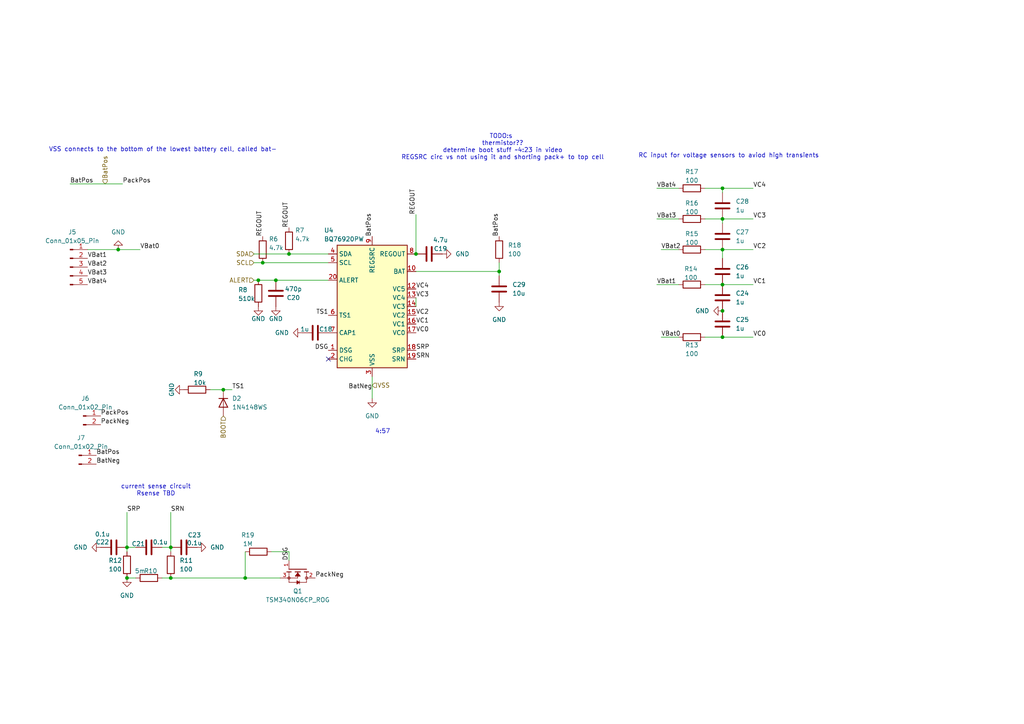
<source format=kicad_sch>
(kicad_sch (version 20250114) (generator "eeschema") (generator_version "9.0")
  (paper "A4")
  (lib_symbols
    (symbol "Battery_Management:BQ76920PW"
      (property "Reference" "U" (at -10.16 19.05 0))
      (property "Value" "BQ76920PW" (at 12.7 19.05 0))
      (symbol "BQ76920PW_0_1"
        (rectangle (start -10.16 17.78) (end 10.16 -17.78) (stroke (width 0.254)) (fill (type background)))
      )
      (symbol "BQ76920PW_1_0"
        (pin bidirectional line (at -12.7 7.62 0) (length 2.54) (name "ALERT") (number "20"))
        (pin passive line (at -12.7 -2.54 0) (length 2.54) (name "TS1") (number "6"))
        (pin passive line (at -12.7 -7.62 0) (length 2.54) (name "CAP1") (number "7"))
        (pin no_connect line (at -2.54 -17.78 90) (length 2.54) (hide yes) (name "NC") (number "11"))
        (pin power_in line (at 0 20.32 270) (length 2.54) (name "REGSRC") (number "9"))
        (pin power_out line (at 12.7 15.24 180) (length 2.54) (name "REGOUT") (number "8"))
        (pin input line (at 12.7 10.16 180) (length 2.54) (name "BAT") (number "10"))
        (pin input line (at 12.7 5.08 180) (length 2.54) (name "VC5") (number "12"))
        (pin input line (at 12.7 2.54 180) (length 2.54) (name "VC4") (number "13"))
        (pin input line (at 12.7 0 180) (length 2.54) (name "VC3") (number "14"))
        (pin input line (at 12.7 -2.54 180) (length 2.54) (name "VC2") (number "15"))
        (pin input line (at 12.7 -5.08 180) (length 2.54) (name "VC1") (number "16"))
        (pin input line (at 12.7 -7.62 180) (length 2.54) (name "VC0") (number "17"))
        (pin input line (at 12.7 -12.7 180) (length 2.54) (name "SRP") (number "18"))
        (pin input line (at 12.7 -15.24 180) (length 2.54) (name "SRN") (number "19"))
      )
      (symbol "BQ76920PW_1_1"
        (pin bidirectional line (at -12.7 15.24 0) (length 2.54) (name "SDA") (number "4"))
        (pin input line (at -12.7 12.7 0) (length 2.54) (name "SCL") (number "5"))
        (pin output line (at -12.7 -12.7 0) (length 2.54) (name "DSG") (number "1"))
        (pin output line (at -12.7 -15.24 0) (length 2.54) (name "CHG") (number "2"))
        (pin power_in line (at 0 -20.32 90) (length 2.54) (name "VSS") (number "3"))
      )
    )
    (symbol "Connector:Conn_01x02_Pin" (pin_names (offset 1.016) (hide yes))
      (property "Reference" "J" (at 0 2.54 0))
      (property "Value" "Conn_01x02_Pin" (at 0 -5.08 0))
      (symbol "Conn_01x02_Pin_1_1"
        (rectangle (start 0.8636 0.127) (end 0 -0.127) (stroke (width 0.1524)) (fill (type outline)))
        (rectangle (start 0.8636 -2.413) (end 0 -2.667) (stroke (width 0.1524)) (fill (type outline)))
        (polyline (pts (xy 1.27 0) (xy 0.8636 0)) (stroke (width 0.1524)))
        (polyline (pts (xy 1.27 -2.54) (xy 0.8636 -2.54)) (stroke (width 0.1524)))
        (pin passive line (at 5.08 0 180) (length 3.81) (name "Pin_1") (number "1"))
        (pin passive line (at 5.08 -2.54 180) (length 3.81) (name "Pin_2") (number "2"))
      )
    )
    (symbol "Connector:Conn_01x05_Pin" (pin_names (offset 1.016) (hide yes))
      (property "Reference" "J" (at 0 7.62 0))
      (property "Value" "Conn_01x05_Pin" (at 0 -7.62 0))
      (symbol "Conn_01x05_Pin_1_1"
        (rectangle (start 0.8636 5.207) (end 0 4.953) (stroke (width 0.1524)) (fill (type outline)))
        (rectangle (start 0.8636 2.667) (end 0 2.413) (stroke (width 0.1524)) (fill (type outline)))
        (rectangle (start 0.8636 0.127) (end 0 -0.127) (stroke (width 0.1524)) (fill (type outline)))
        (rectangle (start 0.8636 -2.413) (end 0 -2.667) (stroke (width 0.1524)) (fill (type outline)))
        (rectangle (start 0.8636 -4.953) (end 0 -5.207) (stroke (width 0.1524)) (fill (type outline)))
        (polyline (pts (xy 1.27 5.08) (xy 0.8636 5.08)) (stroke (width 0.1524)))
        (polyline (pts (xy 1.27 2.54) (xy 0.8636 2.54)) (stroke (width 0.1524)))
        (polyline (pts (xy 1.27 0) (xy 0.8636 0)) (stroke (width 0.1524)))
        (polyline (pts (xy 1.27 -2.54) (xy 0.8636 -2.54)) (stroke (width 0.1524)))
        (polyline (pts (xy 1.27 -5.08) (xy 0.8636 -5.08)) (stroke (width 0.1524)))
        (pin passive line (at 5.08 5.08 180) (length 3.81) (name "Pin_1") (number "1"))
        (pin passive line (at 5.08 2.54 180) (length 3.81) (name "Pin_2") (number "2"))
        (pin passive line (at 5.08 0 180) (length 3.81) (name "Pin_3") (number "3"))
        (pin passive line (at 5.08 -2.54 180) (length 3.81) (name "Pin_4") (number "4"))
        (pin passive line (at 5.08 -5.08 180) (length 3.81) (name "Pin_5") (number "5"))
      )
    )
    (symbol "Device:C" (pin_numbers (hide yes)) (pin_names (offset 0.254))
      (property "Reference" "C" (at 0.635 2.54 0))
      (property "Value" "C" (at 0.635 -2.54 0))
      (symbol "C_0_1"
        (polyline (pts (xy -2.032 0.762) (xy 2.032 0.762)) (stroke (width 0.508)))
        (polyline (pts (xy -2.032 -0.762) (xy 2.032 -0.762)) (stroke (width 0.508)))
      )
      (symbol "C_1_1"
        (pin passive line (at 0 3.81 270) (length 2.794) (name "~") (number "1"))
        (pin passive line (at 0 -3.81 90) (length 2.794) (name "~") (number "2"))
      )
    )
    (symbol "Device:R" (pin_numbers (hide yes)) (pin_names (offset 0))
      (property "Reference" "R" (at 2.032 0 90))
      (property "Value" "R" (at 0 0 90))
      (symbol "R_0_1"
        (rectangle (start -1.016 -2.54) (end 1.016 2.54) (stroke (width 0.254)))
      )
      (symbol "R_1_1"
        (pin passive line (at 0 3.81 270) (length 1.27) (name "~") (number "1"))
        (pin passive line (at 0 -3.81 90) (length 1.27) (name "~") (number "2"))
      )
    )
    (symbol "Diode:1N4148WS" (pin_numbers (hide yes)) (pin_names (hide yes))
      (property "Reference" "D" (at 0 2.54 0))
      (property "Value" "1N4148WS" (at 0 -2.54 0))
      (symbol "1N4148WS_0_1"
        (polyline (pts (xy -1.27 1.27) (xy -1.27 -1.27)) (stroke (width 0.254)))
        (polyline (pts (xy 1.27 1.27) (xy 1.27 -1.27) (xy -1.27 0) (xy 1.27 1.27)) (stroke (width 0.254)))
        (polyline (pts (xy 1.27 0) (xy -1.27 0)))
      )
      (symbol "1N4148WS_1_1"
        (pin passive line (at -3.81 0 0) (length 2.54) (name "K") (number "1"))
        (pin passive line (at 3.81 0 180) (length 2.54) (name "A") (number "2"))
      )
    )
    (symbol "power:GND" (power) (pin_numbers (hide yes)) (pin_names (offset 0) (hide yes))
      (property "Value" "GND" (at 0 -3.81 0))
      (symbol "GND_0_1"
        (polyline (pts (xy 0 0) (xy 0 -1.27) (xy 1.27 -1.27) (xy 0 -2.54) (xy -1.27 -1.27) (xy 0 -1.27)))
      )
      (symbol "GND_1_1"
        (pin power_in line (at 0 0 270) (length 0) (name "~") (number "1"))
      )
    )
    (symbol "power_nmos:TSM340N06CP_ROG" (pin_names (offset 1.016))
      (property "Reference" "Q" (at -8.89 2.54 0))
      (property "Value" "TSM340N06CP_ROG" (at -8.89 -7.62 0))
      (symbol "TSM340N06CP_ROG_0_0"
        (polyline (pts (xy 0 2.54) (xy 0 -2.54)) (stroke (width 0.254)))
        (polyline (pts (xy 0.762 3.175) (xy 0.762 2.54)) (stroke (width 0.254)))
        (polyline (pts (xy 0.762 2.54) (xy 0.762 1.905)) (stroke (width 0.254)))
        (polyline (pts (xy 0.762 2.54) (xy 3.81 2.54)) (stroke (width 0.1524)))
        (polyline (pts (xy 0.762 0.762) (xy 0.762 0)) (stroke (width 0.254)))
        (polyline (pts (xy 0.762 0) (xy 0.762 -0.762)) (stroke (width 0.254)))
        (polyline (pts (xy 0.762 0) (xy 2.54 0)) (stroke (width 0.1524)))
        (polyline (pts (xy 0.762 -1.905) (xy 0.762 -3.175)) (stroke (width 0.254)))
        (polyline (pts (xy 1.016 0) (xy 2.032 0.762) (xy 2.032 -0.762) (xy 1.016 0)) (stroke (width 0.1524)) (fill (type outline)))
        (circle (center 2.54 2.54) (radius 0.3592))
        (polyline (pts (xy 2.54 0) (xy 2.54 -2.54)) (stroke (width 0.1524)))
        (circle (center 2.54 -2.54) (radius 0.3592))
        (polyline (pts (xy 3.81 2.54) (xy 3.81 0.508)) (stroke (width 0.1524)))
        (polyline (pts (xy 3.81 0.508) (xy 3.302 0.508)) (stroke (width 0.1524)))
        (polyline (pts (xy 3.81 0.508) (xy 3.81 -2.54)) (stroke (width 0.1524)))
        (polyline (pts (xy 3.81 0.508) (xy 3.302 -0.254) (xy 4.318 -0.254) (xy 3.81 0.508)) (stroke (width 0.1524)) (fill (type outline)))
        (polyline (pts (xy 3.81 -2.54) (xy 0.762 -2.54)) (stroke (width 0.1524)))
        (polyline (pts (xy 4.318 0.508) (xy 3.81 0.508)) (stroke (width 0.1524)))
        (pin passive line (at -2.54 -2.54 0) (length 2.54) (name "~") (number "1"))
        (pin passive line (at 2.54 5.08 270) (length 2.54) (name "~") (number "2"))
        (pin passive line (at 2.54 -5.08 90) (length 2.54) (name "~") (number "3"))
      )
    )
  )
  (text "4:57\n" (at 110.998 125.222 0) (effects (font (size 1.27 1.27))))
  (text "RC input for voltage sensors to aviod high transients " (at 211.836 45.212 0) (effects (font (size 1.27 1.27))))
  (text "VSS connects to the bottom of the lowest battery cell, called bat-" (at 47.244 43.434 0) (effects (font (size 1.27 1.27))))
  (text "TODO:s \nthermistor??\ndetermine boot stuff ~4:23 in video\nREGSRC circ vs not using it and shorting pack+ to top cell" (at 145.796 42.672 0) (effects (font (size 1.27 1.27))))
  (text "current sense circuit\nRsense TBD" (at 45.212 142.24 0) (effects (font (size 1.27 1.27))))
  (junction (at 34.29 72.39))
  (junction (at 209.55 63.5))
  (junction (at 49.53 158.75))
  (junction (at 209.55 82.55))
  (junction (at 74.93 81.28))
  (junction (at 120.65 73.66))
  (junction (at 36.83 158.75))
  (junction (at 144.78 78.74))
  (junction (at 64.77 113.03))
  (junction (at 83.82 73.66))
  (junction (at 80.01 81.28))
  (junction (at 49.53 167.64))
  (junction (at 209.55 54.61))
  (junction (at 36.83 167.64))
  (junction (at 209.55 72.39))
  (junction (at 209.55 97.79))
  (junction (at 76.2 76.2))
  (junction (at 209.55 90.17))
  (junction (at 71.12 167.64))
  (no_connect (at 95.25 104.14))
  (wire (pts (xy 49.53 167.64) (xy 71.12 167.64)))
  (wire (pts (xy 46.99 158.75) (xy 49.53 158.75)))
  (wire (pts (xy 76.2 76.2) (xy 95.25 76.2)))
  (wire (pts (xy 80.01 81.28) (xy 95.25 81.28)))
  (wire (pts (xy 40.64 72.39) (xy 34.29 72.39)))
  (wire (pts (xy 144.78 76.2) (xy 144.78 78.74)))
  (wire (pts (xy 209.55 54.61) (xy 209.55 55.88)))
  (wire (pts (xy 60.96 113.03) (xy 64.77 113.03)))
  (wire (pts (xy 204.47 97.79) (xy 209.55 97.79)))
  (wire (pts (xy 209.55 54.61) (xy 218.44 54.61)))
  (wire (pts (xy 83.82 73.66) (xy 95.25 73.66)))
  (wire (pts (xy 204.47 72.39) (xy 209.55 72.39)))
  (wire (pts (xy 144.78 78.74) (xy 144.78 80.01)))
  (wire (pts (xy 36.83 167.64) (xy 39.37 167.64)))
  (wire (pts (xy 209.55 72.39) (xy 218.44 72.39)))
  (wire (pts (xy 204.47 54.61) (xy 209.55 54.61)))
  (wire (pts (xy 74.93 81.28) (xy 80.01 81.28)))
  (wire (pts (xy 73.66 81.28) (xy 74.93 81.28)))
  (wire (pts (xy 191.77 97.79) (xy 196.85 97.79)))
  (wire (pts (xy 64.77 113.03) (xy 67.31 113.03)))
  (wire (pts (xy 107.95 115.57) (xy 107.95 109.22)))
  (wire (pts (xy 209.55 63.5) (xy 218.44 63.5)))
  (wire (pts (xy 191.77 72.39) (xy 196.85 72.39)))
  (wire (pts (xy 204.47 82.55) (xy 209.55 82.55)))
  (wire (pts (xy 78.74 160.02) (xy 83.82 160.02)))
  (wire (pts (xy 71.12 167.64) (xy 81.28 167.64)))
  (wire (pts (xy 34.29 72.39) (xy 25.4 72.39)))
  (wire (pts (xy 209.55 72.39) (xy 209.55 74.93)))
  (wire (pts (xy 49.53 148.59) (xy 49.53 158.75)))
  (wire (pts (xy 209.55 63.5) (xy 209.55 64.77)))
  (wire (pts (xy 36.83 160.02) (xy 36.83 158.75)))
  (wire (pts (xy 49.53 158.75) (xy 49.53 160.02)))
  (wire (pts (xy 120.65 78.74) (xy 144.78 78.74)))
  (wire (pts (xy 204.47 63.5) (xy 209.55 63.5)))
  (wire (pts (xy 71.12 167.64) (xy 71.12 160.02)))
  (wire (pts (xy 20.32 53.34) (xy 35.56 53.34)))
  (wire (pts (xy 209.55 97.79) (xy 218.44 97.79)))
  (wire (pts (xy 83.82 162.56) (xy 83.82 160.02)))
  (wire (pts (xy 36.83 148.59) (xy 36.83 158.75)))
  (wire (pts (xy 120.65 86.36) (xy 120.65 88.9)))
  (wire (pts (xy 209.55 82.55) (xy 218.44 82.55)))
  (wire (pts (xy 36.83 158.75) (xy 39.37 158.75)))
  (wire (pts (xy 190.5 63.5) (xy 196.85 63.5)))
  (wire (pts (xy 73.66 73.66) (xy 83.82 73.66)))
  (wire (pts (xy 190.5 82.55) (xy 196.85 82.55)))
  (wire (pts (xy 190.5 54.61) (xy 196.85 54.61)))
  (wire (pts (xy 46.99 167.64) (xy 49.53 167.64)))
  (wire (pts (xy 73.66 76.2) (xy 76.2 76.2)))
  (wire (pts (xy 120.65 62.23) (xy 120.65 73.66)))
  (label "VBat0" (at 40.64 72.39 0))
  (label "BatPos" (at 20.32 53.34 0))
  (label "DSG" (at 83.82 162.56 90))
  (label "BatPos" (at 27.94 132.08 0))
  (label "VC2" (at 120.65 91.44 0))
  (label "VC3" (at 218.44 63.5 0))
  (label "PackPos" (at 29.21 120.65 0))
  (label "SRN" (at 120.65 104.14 0))
  (label "VBat3" (at 25.4 80.01 0))
  (label "VBat3" (at 190.5 63.5 0))
  (label "VBat0" (at 191.77 97.79 0))
  (label "SRP" (at 120.65 101.6 0))
  (label "TS1" (at 95.25 91.44 180))
  (label "VBat2" (at 25.4 77.47 0))
  (label "BatPos" (at 144.78 68.58 90))
  (label "VBat4" (at 190.5 54.61 0))
  (label "VBat2" (at 191.77 72.39 0))
  (label "PackPos" (at 35.56 53.34 0))
  (label "REGOUT" (at 76.2 68.58 90))
  (label "VBat1" (at 25.4 74.93 0))
  (label "VC0" (at 218.44 97.79 0))
  (label "VC2" (at 218.44 72.39 0))
  (label "VC1" (at 120.65 93.98 0))
  (label "PackNeg" (at 91.44 167.64 0))
  (label "VBat4" (at 25.4 82.55 0))
  (label "SRN" (at 49.53 148.59 0))
  (label "BatNeg" (at 27.94 134.62 0))
  (label "REGOUT" (at 120.65 62.23 90))
  (label "PackNeg" (at 29.21 123.19 0))
  (label "VC0" (at 120.65 96.52 0))
  (label "BatPos" (at 107.95 68.58 90))
  (label "VBat1" (at 190.5 82.55 0))
  (label "VC1" (at 218.44 82.55 0))
  (label "VC4" (at 218.44 54.61 0))
  (label "SRP" (at 36.83 148.59 0))
  (label "VC3" (at 120.65 86.36 0))
  (label "VC4" (at 120.65 83.82 0))
  (label "DSG" (at 95.25 101.6 180))
  (label "REGOUT" (at 83.82 66.04 90))
  (label "BatNeg" (at 107.95 113.03 180))
  (label "TS1" (at 67.31 113.03 0))
  (hierarchical_label "SDA" (shape input) (at 73.66 73.66 180))
  (hierarchical_label "BatPos" (shape input) (at 30.48 53.34 90))
  (hierarchical_label "BOOT" (shape input) (at 64.77 120.65 270))
  (hierarchical_label "VSS" (shape input) (at 107.95 111.76 0))
  (hierarchical_label "ALERT" (shape input) (at 73.66 81.28 180))
  (hierarchical_label "SCL" (shape input) (at 73.66 76.2 180))
  (symbol (lib_id "power:GND") (at 80.01 88.9 0) (unit 1)
    (property "Reference" "#PWR031" (effects (hide yes)))
    (property "Value" "GND" (at 80.01 92.456 0))
    (property "Description" "Power symbol creates a global label with name \"GND\" , ground" (effects (hide yes)))
  )
  (symbol (lib_id "Device:R") (at 36.83 163.83 180) (unit 1)
    (property "Reference" "R12" (at 31.496 162.56 0) (effects (justify right)))
    (property "Value" "100" (at 31.496 165.1 0) (effects (justify right)))
    (property "Footprint" "Resistor_SMD:R_0805_2012Metric_Pad1.20x1.40mm_HandSolder" (effects (hide yes)))
    (property "Description" "Resistor" (effects (hide yes)))
  )
  (symbol (lib_id "Device:C") (at 209.55 59.69 180) (unit 1)
    (property "Reference" "C28" (at 213.36 58.4199 0) (effects (justify right)))
    (property "Value" "1u" (at 213.36 60.9599 0) (effects (justify right)))
    (property "Footprint" "Capacitor_SMD:C_0805_2012Metric" (effects (hide yes)))
    (property "Description" "Unpolarized capacitor" (effects (hide yes)))
  )
  (symbol (lib_id "Device:C") (at 209.55 78.74 0) (unit 1)
    (property "Reference" "C26" (at 213.36 77.4699 0) (effects (justify left)))
    (property "Value" "1u" (at 213.36 80.0099 0) (effects (justify left)))
    (property "Footprint" "Capacitor_SMD:C_0805_2012Metric" (effects (hide yes)))
    (property "Description" "Unpolarized capacitor" (effects (hide yes)))
  )
  (symbol (lib_id "Device:R") (at 57.15 113.03 270) (unit 1)
    (property "Reference" "R9" (at 56.134 108.458 90) (effects (justify left)))
    (property "Value" "10k" (at 56.134 110.998 90) (effects (justify left)))
    (property "Footprint" "Resistor_SMD:R_0805_2012Metric" (effects (hide yes)))
    (property "Description" "Resistor" (effects (hide yes)))
    (property "order" "tbd" (effects (hide yes)))
  )
  (symbol (lib_id "Device:R") (at 200.66 97.79 90) (unit 1)
    (property "Reference" "R13" (at 200.66 100.076 90))
    (property "Value" "100" (at 200.66 102.616 90))
    (property "Footprint" "Resistor_SMD:R_0805_2012Metric_Pad1.20x1.40mm_HandSolder" (effects (hide yes)))
    (property "Description" "Resistor" (effects (hide yes)))
  )
  (symbol (lib_id "power:GND") (at 144.78 87.63 0) (unit 1)
    (property "Reference" "#PWR039" (effects (hide yes)))
    (property "Value" "GND" (at 144.78 92.71 0))
    (property "Description" "Power symbol creates a global label with name \"GND\" , ground" (effects (hide yes)))
  )
  (symbol (lib_id "Device:R") (at 200.66 82.55 90) (unit 1)
    (property "Reference" "R14" (at 200.406 77.978 90))
    (property "Value" "100" (at 200.406 80.518 90))
    (property "Footprint" "Resistor_SMD:R_0805_2012Metric_Pad1.20x1.40mm_HandSolder" (effects (hide yes)))
    (property "Description" "Resistor" (effects (hide yes)))
  )
  (symbol (lib_id "Device:R") (at 74.93 85.09 0) (unit 1)
    (property "Reference" "R8" (at 69.088 84.074 0) (effects (justify left)))
    (property "Value" "510k" (at 69.088 86.614 0) (effects (justify left)))
    (property "Footprint" "Resistor_SMD:R_0805_2012Metric" (effects (hide yes)))
    (property "Description" "Resistor" (effects (hide yes)))
    (property "order" "tbd" (effects (hide yes)))
  )
  (symbol (lib_id "power:GND") (at 36.83 167.64 0) (unit 1)
    (property "Reference" "#PWR035" (effects (hide yes)))
    (property "Value" "GND" (at 36.83 172.72 0))
    (property "Description" "Power symbol creates a global label with name \"GND\" , ground" (effects (hide yes)))
  )
  (symbol (lib_id "power:GND") (at 209.55 90.17 270) (unit 1)
    (property "Reference" "#PWR038" (effects (hide yes)))
    (property "Value" "GND" (at 205.74 90.1699 90) (effects (justify right)))
    (property "Description" "Power symbol creates a global label with name \"GND\" , ground" (effects (hide yes)))
  )
  (symbol (lib_id "Device:C") (at 209.55 68.58 0) (unit 1)
    (property "Reference" "C27" (at 213.36 67.3099 0) (effects (justify left)))
    (property "Value" "1u" (at 213.36 69.8499 0) (effects (justify left)))
    (property "Footprint" "Capacitor_SMD:C_0805_2012Metric" (effects (hide yes)))
    (property "Description" "Unpolarized capacitor" (effects (hide yes)))
  )
  (symbol (lib_id "Device:R") (at 74.93 160.02 90) (unit 1)
    (property "Reference" "R19" (at 71.882 155.194 90))
    (property "Value" "1M" (at 71.882 157.734 90))
    (property "Footprint" "Resistor_SMD:R_0805_2012Metric_Pad1.20x1.40mm_HandSolder" (effects (hide yes)))
    (property "Description" "Resistor" (effects (hide yes)))
  )
  (symbol (lib_id "power_nmos:TSM340N06CP_ROG") (at 86.36 165.1 270) (unit 1)
    (property "Reference" "Q1" (at 86.36 171.45 90))
    (property "Value" "TSM340N06CP_ROG" (at 86.36 173.99 90))
    (property "Footprint" "power_nmos:TRANS_TSM340N06CP_ROG" (effects (hide yes)))
    (property "PARTREV" "A1701" (effects (hide yes)))
    (property "STANDARD" "Manufacturer Recommendations" (effects (hide yes)))
    (property "MAXIMUM_PACKAGE_HEIGHT" "2.40mm" (effects (hide yes)))
    (property "MANUFACTURER" "Taiwan Semiconductor" (effects (hide yes)))
    (property "order" "https://www.digikey.com/en/products/detail/taiwan-semiconductor-corporation/TSM340N06CP-ROG/7360325" (effects (hide yes)))
  )
  (symbol (lib_id "Device:R") (at 43.18 167.64 90) (unit 1)
    (property "Reference" "R10" (at 43.688 165.608 90))
    (property "Value" "5m" (at 40.64 165.608 90))
    (property "Footprint" "Resistor_SMD:R_0805_2012Metric_Pad1.20x1.40mm_HandSolder" (effects (hide yes)))
    (property "Description" "Resistor" (effects (hide yes)))
  )
  (symbol (lib_id "Diode:1N4148WS") (at 64.77 116.84 270) (unit 1)
    (property "Reference" "D2" (at 67.31 115.5699 90) (effects (justify left)))
    (property "Value" "1N4148WS" (at 67.31 118.1099 90) (effects (justify left)))
    (property "Footprint" "Diode_SMD:D_SOD-323" (effects (hide yes)))
    (property "Datasheet" "https://www.vishay.com/docs/85751/1n4148ws.pdf" (effects (hide yes)))
    (property "Description" "75V 0.15A Fast switching Diode, SOD-323" (effects (hide yes)))
    (property "Sim.Device" "D" (effects (hide yes)))
    (property "Sim.Pins" "1=K 2=A" (effects (hide yes)))
    (property "order" "https://www.digikey.com/en/products/detail/onsemi/1N4148WS/1873805" (effects (hide yes)))
  )
  (symbol (lib_id "Device:C") (at 91.44 96.52 90) (unit 1)
    (property "Reference" "C18" (at 94.488 95.504 90))
    (property "Value" "1u" (at 88.392 95.504 90))
    (property "Footprint" "Capacitor_SMD:C_0805_2012Metric" (effects (hide yes)))
    (property "Description" "Unpolarized capacitor" (effects (hide yes)))
    (property "order" "tbd" (effects (hide yes)))
  )
  (symbol (lib_id "Device:C") (at 43.18 158.75 90) (unit 1)
    (property "Reference" "C21" (at 40.132 157.734 90))
    (property "Value" "0.1u" (at 46.482 157.226 90))
    (property "Footprint" "Capacitor_SMD:C_0805_2012Metric" (effects (hide yes)))
    (property "Description" "Unpolarized capacitor" (effects (hide yes)))
  )
  (symbol (lib_id "power:GND") (at 57.15 158.75 90) (unit 1)
    (property "Reference" "#PWR034" (effects (hide yes)))
    (property "Value" "GND" (at 60.96 158.7501 90) (effects (justify right)))
    (property "Description" "Power symbol creates a global label with name \"GND\" , ground" (effects (hide yes)))
  )
  (symbol (lib_id "Device:C") (at 144.78 83.82 0) (unit 1)
    (property "Reference" "C29" (at 148.59 82.5499 0) (effects (justify left)))
    (property "Value" "10u" (at 148.59 85.0899 0) (effects (justify left)))
    (property "Footprint" "Capacitor_SMD:C_0805_2012Metric" (effects (hide yes)))
    (property "Description" "Unpolarized capacitor" (effects (hide yes)))
  )
  (symbol (lib_id "Device:R") (at 200.66 63.5 90) (unit 1)
    (property "Reference" "R16" (at 200.66 58.928 90))
    (property "Value" "100" (at 200.66 61.468 90))
    (property "Footprint" "Resistor_SMD:R_0805_2012Metric_Pad1.20x1.40mm_HandSolder" (effects (hide yes)))
    (property "Description" "Resistor" (effects (hide yes)))
  )
  (symbol (lib_id "Device:C") (at 209.55 86.36 0) (unit 1)
    (property "Reference" "C24" (at 213.36 85.0899 0) (effects (justify left)))
    (property "Value" "1u" (at 213.36 87.6299 0) (effects (justify left)))
    (property "Footprint" "Capacitor_SMD:C_0805_2012Metric" (effects (hide yes)))
    (property "Description" "Unpolarized capacitor" (effects (hide yes)))
  )
  (symbol (lib_id "power:GND") (at 107.95 115.57 0) (unit 1)
    (property "Reference" "#PWR036" (effects (hide yes)))
    (property "Value" "GND" (at 107.95 120.65 0))
    (property "Description" "Power symbol creates a global label with name \"GND\" , ground" (effects (hide yes)))
  )
  (symbol (lib_id "power:GND") (at 29.21 158.75 270) (unit 1)
    (property "Reference" "#PWR033" (effects (hide yes)))
    (property "Value" "GND" (at 25.4 158.7499 90) (effects (justify right)))
    (property "Description" "Power symbol creates a global label with name \"GND\" , ground" (effects (hide yes)))
  )
  (symbol (lib_id "Device:R") (at 144.78 72.39 0) (unit 1)
    (property "Reference" "R18" (at 147.32 71.1199 0) (effects (justify left)))
    (property "Value" "100" (at 147.32 73.6599 0) (effects (justify left)))
    (property "Footprint" "Resistor_SMD:R_0805_2012Metric_Pad1.20x1.40mm_HandSolder" (effects (hide yes)))
    (property "Description" "Resistor" (effects (hide yes)))
  )
  (symbol (lib_id "Connector:Conn_01x05_Pin") (at 20.32 77.47 0) (unit 1)
    (property "Reference" "J5" (at 20.955 67.31 0))
    (property "Value" "Conn_01x05_Pin" (at 20.955 69.85 0))
    (property "Footprint" "Connector_JST:JST_EH_S5B-EH_1x05_P2.50mm_Horizontal" (effects (hide yes)))
    (property "Description" "Generic connector, single row, 01x05, script generated" (effects (hide yes)))
    (property "order" "tbd" (effects (hide yes)))
  )
  (symbol (lib_id "Device:R") (at 200.66 72.39 90) (unit 1)
    (property "Reference" "R15" (at 200.66 67.818 90))
    (property "Value" "100" (at 200.66 70.358 90))
    (property "Footprint" "Resistor_SMD:R_0805_2012Metric_Pad1.20x1.40mm_HandSolder" (effects (hide yes)))
    (property "Description" "Resistor" (effects (hide yes)))
  )
  (symbol (lib_id "power:GND") (at 53.34 113.03 270) (unit 1)
    (property "Reference" "#PWR032" (effects (hide yes)))
    (property "Value" "GND" (at 49.784 113.03 0))
    (property "Description" "Power symbol creates a global label with name \"GND\" , ground" (effects (hide yes)))
  )
  (symbol (lib_id "Device:C") (at 124.46 73.66 270) (unit 1)
    (property "Reference" "C19" (at 127.762 72.136 90))
    (property "Value" "4.7u" (at 127.762 69.596 90))
    (property "Footprint" "Capacitor_SMD:C_0805_2012Metric" (effects (hide yes)))
    (property "Description" "Unpolarized capacitor" (effects (hide yes)))
    (property "order" "tbd" (effects (hide yes)))
  )
  (symbol (lib_id "Connector:Conn_01x02_Pin") (at 24.13 120.65 0) (unit 1)
    (property "Reference" "J6" (at 24.765 115.57 0))
    (property "Value" "Conn_01x02_Pin" (at 24.765 118.11 0))
    (property "Footprint" "Connector_AMASS:AMASS_XT30PW-F_1x02_P2.50mm_Horizontal" (effects (hide yes)))
    (property "Description" "Generic connector, single row, 01x02, script generated" (effects (hide yes)))
  )
  (symbol (lib_id "Device:R") (at 200.66 54.61 90) (unit 1)
    (property "Reference" "R17" (at 200.66 49.784 90))
    (property "Value" "100" (at 200.66 52.324 90))
    (property "Footprint" "Resistor_SMD:R_0805_2012Metric_Pad1.20x1.40mm_HandSolder" (effects (hide yes)))
    (property "Description" "Resistor" (effects (hide yes)))
  )
  (symbol (lib_id "Device:C") (at 80.01 85.09 180) (unit 1)
    (property "Reference" "C20" (at 85.09 86.36 0))
    (property "Value" "470p" (at 85.09 83.82 0))
    (property "Footprint" "Capacitor_SMD:C_0805_2012Metric" (effects (hide yes)))
    (property "Description" "Unpolarized capacitor" (effects (hide yes)))
    (property "order" "tbd" (effects (hide yes)))
  )
  (symbol (lib_id "Device:R") (at 76.2 72.39 0) (unit 1)
    (property "Reference" "R6" (at 77.978 69.342 0) (effects (justify left)))
    (property "Value" "4.7k" (at 77.978 71.882 0) (effects (justify left)))
    (property "Footprint" "Resistor_SMD:R_0805_2012Metric" (effects (hide yes)))
    (property "Description" "Resistor" (effects (hide yes)))
    (property "order" "tbd" (effects (hide yes)))
  )
  (symbol (lib_id "Connector:Conn_01x02_Pin") (at 22.86 132.08 0) (unit 1)
    (property "Reference" "J7" (at 23.495 127 0))
    (property "Value" "Conn_01x02_Pin" (at 23.495 129.54 0))
    (property "Footprint" "Connector_AMASS:AMASS_XT30PW-F_1x02_P2.50mm_Horizontal" (effects (hide yes)))
    (property "Description" "Generic connector, single row, 01x02, script generated" (effects (hide yes)))
  )
  (symbol (lib_id "power:GND") (at 74.93 88.9 0) (unit 1)
    (property "Reference" "#PWR030" (effects (hide yes)))
    (property "Value" "GND" (at 74.93 92.456 0))
    (property "Description" "Power symbol creates a global label with name \"GND\" , ground" (effects (hide yes)))
  )
  (symbol (lib_id "power:GND") (at 34.29 72.39 180) (unit 1)
    (property "Reference" "#PWR01" (effects (hide yes)))
    (property "Value" "GND" (at 34.29 67.31 0))
    (property "Description" "Power symbol creates a global label with name \"GND\" , ground" (effects (hide yes)))
  )
  (symbol (lib_id "Device:R") (at 83.82 69.85 0) (unit 1)
    (property "Reference" "R7" (at 85.598 66.802 0) (effects (justify left)))
    (property "Value" "4.7k" (at 85.598 69.342 0) (effects (justify left)))
    (property "Footprint" "Resistor_SMD:R_0805_2012Metric" (effects (hide yes)))
    (property "Description" "Resistor" (effects (hide yes)))
    (property "order" "tbd" (effects (hide yes)))
  )
  (symbol (lib_id "Device:C") (at 33.02 158.75 90) (unit 1)
    (property "Reference" "C22" (at 29.718 157.226 90))
    (property "Value" "0.1u" (at 29.718 154.94 90))
    (property "Footprint" "Capacitor_SMD:C_0805_2012Metric" (effects (hide yes)))
    (property "Description" "Unpolarized capacitor" (effects (hide yes)))
  )
  (symbol (lib_id "Battery_Management:BQ76920PW") (at 107.95 88.9 0) (unit 1)
    (property "Reference" "U4" (at 93.98 66.802 0) (effects (justify left)))
    (property "Value" "BQ76920PW" (at 93.98 69.342 0) (effects (justify left)))
    (property "Footprint" "Package_SO:TSSOP-20_4.4x6.5mm_P0.65mm" (effects (hide yes)))
    (property "Datasheet" "http://www.ti.com/lit/ds/symlink/bq76920.pdf" (effects (hide yes)))
    (property "Description" "Lithium battery monitor, 3-5 cells, integrated balancing, I2C interface, TSSOP-20" (effects (hide yes)))
    (property "order" "https://www.digikey.com/en/products/detail/texas-instruments/BQ7692003PW/6571638" (effects (hide yes)))
  )
  (symbol (lib_id "power:GND") (at 87.63 96.52 270) (unit 1)
    (property "Reference" "#PWR028" (effects (hide yes)))
    (property "Value" "GND" (at 83.82 96.5199 90) (effects (justify right)))
    (property "Description" "Power symbol creates a global label with name \"GND\" , ground" (effects (hide yes)))
  )
  (symbol (lib_id "Device:C") (at 53.34 158.75 270) (unit 1)
    (property "Reference" "C23" (at 56.388 155.194 90))
    (property "Value" "0.1u" (at 56.388 157.48 90))
    (property "Footprint" "Capacitor_SMD:C_0805_2012Metric" (effects (hide yes)))
    (property "Description" "Unpolarized capacitor" (effects (hide yes)))
  )
  (symbol (lib_id "Device:C") (at 209.55 93.98 0) (unit 1)
    (property "Reference" "C25" (at 213.36 92.7099 0) (effects (justify left)))
    (property "Value" "1u" (at 213.36 95.2499 0) (effects (justify left)))
    (property "Footprint" "Capacitor_SMD:C_0805_2012Metric" (effects (hide yes)))
    (property "Description" "Unpolarized capacitor" (effects (hide yes)))
  )
  (symbol (lib_id "power:GND") (at 128.27 73.66 90) (unit 1)
    (property "Reference" "#PWR029" (effects (hide yes)))
    (property "Value" "GND" (at 132.08 73.6601 90) (effects (justify right)))
    (property "Description" "Power symbol creates a global label with name \"GND\" , ground" (effects (hide yes)))
  )
  (symbol (lib_id "Device:R") (at 49.53 163.83 0) (unit 1)
    (property "Reference" "R11" (at 52.07 162.5599 0) (effects (justify left)))
    (property "Value" "100" (at 52.07 165.0999 0) (effects (justify left)))
    (property "Footprint" "Resistor_SMD:R_0805_2012Metric_Pad1.20x1.40mm_HandSolder" (effects (hide yes)))
    (property "Description" "Resistor" (effects (hide yes)))
  )
)
</source>
